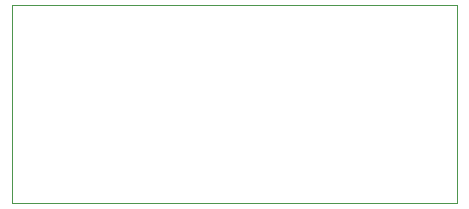
<source format=gbr>
G04 #@! TF.FileFunction,Profile,NP*
%FSLAX46Y46*%
G04 Gerber Fmt 4.6, Leading zero omitted, Abs format (unit mm)*
G04 Created by KiCad (PCBNEW (2015-02-03 BZR 5404)-product) date Sat 07 Feb 2015 10:18:26 AM CST*
%MOMM*%
G01*
G04 APERTURE LIST*
%ADD10C,0.100000*%
G04 APERTURE END LIST*
D10*
X51315056Y-104513670D02*
X89015056Y-104513670D01*
X51315056Y-121273670D02*
X51315056Y-104513670D01*
X89015056Y-121273670D02*
X51315056Y-121273670D01*
X89015056Y-104513670D02*
X89015056Y-121273670D01*
M02*

</source>
